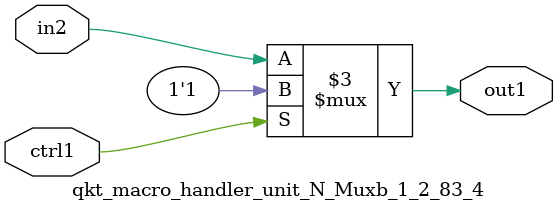
<source format=v>

`timescale 1ps / 1ps


module qkt_macro_handler_unit_N_Muxb_1_2_83_4( in2, ctrl1, out1 );

    input in2;
    input ctrl1;
    output out1;
    reg out1;

    
    // rtl_process:qkt_macro_handler_unit_N_Muxb_1_2_83_4/qkt_macro_handler_unit_N_Muxb_1_2_83_4_thread_1
    always @*
      begin : qkt_macro_handler_unit_N_Muxb_1_2_83_4_thread_1
        case (ctrl1) 
          1'b1: 
            begin
              out1 = 1'b1;
            end
          default: 
            begin
              out1 = in2;
            end
        endcase
      end

endmodule



</source>
